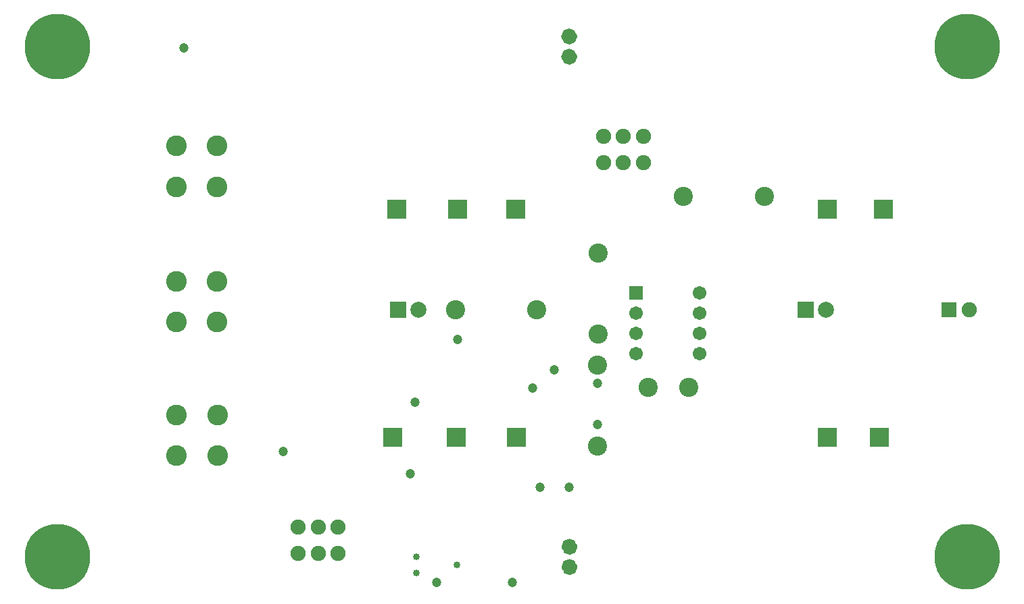
<source format=gbr>
G04*
G04 #@! TF.GenerationSoftware,Altium Limited,Altium Designer,24.1.2 (44)*
G04*
G04 Layer_Color=8757620*
%FSLAX44Y44*%
%MOMM*%
G71*
G04*
G04 #@! TF.SameCoordinates,9659F079-296E-40C6-98A9-55E0524B4074*
G04*
G04*
G04 #@! TF.FilePolarity,Negative*
G04*
G01*
G75*
%ADD18C,1.0000*%
%ADD19C,1.9032*%
%ADD20R,1.7032X1.7032*%
%ADD21C,1.7032*%
%ADD22C,2.6032*%
%ADD23C,8.2032*%
%ADD24R,1.9032X1.9032*%
%ADD25C,2.4028*%
%ADD26C,0.8500*%
%ADD27R,2.0032X2.0032*%
%ADD28C,2.0032*%
%ADD29R,2.4032X2.4032*%
%ADD30R,2.4032X2.4032*%
%ADD31C,2.4032*%
%ADD32C,1.2032*%
D18*
X726660Y67300D02*
G03*
X726660Y67300I-5000J0D01*
G01*
Y92700D02*
G03*
X726660Y92700I-5000J0D01*
G01*
X726340Y707550D02*
G03*
X726340Y707550I-5000J0D01*
G01*
Y732950D02*
G03*
X726340Y732950I-5000J0D01*
G01*
D19*
X789250Y574250D02*
D03*
X764250D02*
D03*
Y607250D02*
D03*
X789250D02*
D03*
X814250D02*
D03*
Y574250D02*
D03*
X407000Y84250D02*
D03*
X382000D02*
D03*
Y117250D02*
D03*
X407000D02*
D03*
X432000D02*
D03*
Y84250D02*
D03*
X1222700Y390000D02*
D03*
D20*
X805550Y410850D02*
D03*
D21*
Y385450D02*
D03*
Y360050D02*
D03*
Y334650D02*
D03*
X884950D02*
D03*
Y360050D02*
D03*
Y385450D02*
D03*
Y410850D02*
D03*
D22*
X280750Y207250D02*
D03*
X229750D02*
D03*
X280750Y258250D02*
D03*
X229750D02*
D03*
X229500Y595500D02*
D03*
X280500D02*
D03*
X229500Y544500D02*
D03*
X280500D02*
D03*
X229500Y425500D02*
D03*
X280500D02*
D03*
X229500Y374500D02*
D03*
X280500D02*
D03*
D23*
X1220000Y720000D02*
D03*
X80000D02*
D03*
Y80000D02*
D03*
X1220000D02*
D03*
D24*
X1197300Y390000D02*
D03*
D25*
X757000Y219200D02*
D03*
Y320800D02*
D03*
X579200Y390000D02*
D03*
X680800D02*
D03*
X757500Y460800D02*
D03*
Y359200D02*
D03*
X864200Y532500D02*
D03*
X965800D02*
D03*
D26*
X529600Y59840D02*
D03*
Y80160D02*
D03*
X580400Y70000D02*
D03*
D27*
X1017300Y390000D02*
D03*
X507300D02*
D03*
D28*
X1042700D02*
D03*
X532700D02*
D03*
D29*
X654745Y516249D02*
D03*
X581750Y516250D02*
D03*
X505745Y516249D02*
D03*
X655000Y230000D02*
D03*
X580000D02*
D03*
X500000D02*
D03*
X1115000Y516250D02*
D03*
X1045000D02*
D03*
Y230000D02*
D03*
D30*
X1110000D02*
D03*
D31*
X820600Y292500D02*
D03*
X871400D02*
D03*
D32*
X650500Y48000D02*
D03*
X756750Y297750D02*
D03*
X555250Y48250D02*
D03*
X238500Y718250D02*
D03*
X757250Y246250D02*
D03*
X675750Y291750D02*
D03*
X702500Y315000D02*
D03*
X721500Y167500D02*
D03*
X685000Y167500D02*
D03*
X363500Y212250D02*
D03*
X522500Y184750D02*
D03*
X581250Y353000D02*
D03*
X528000Y274000D02*
D03*
M02*

</source>
